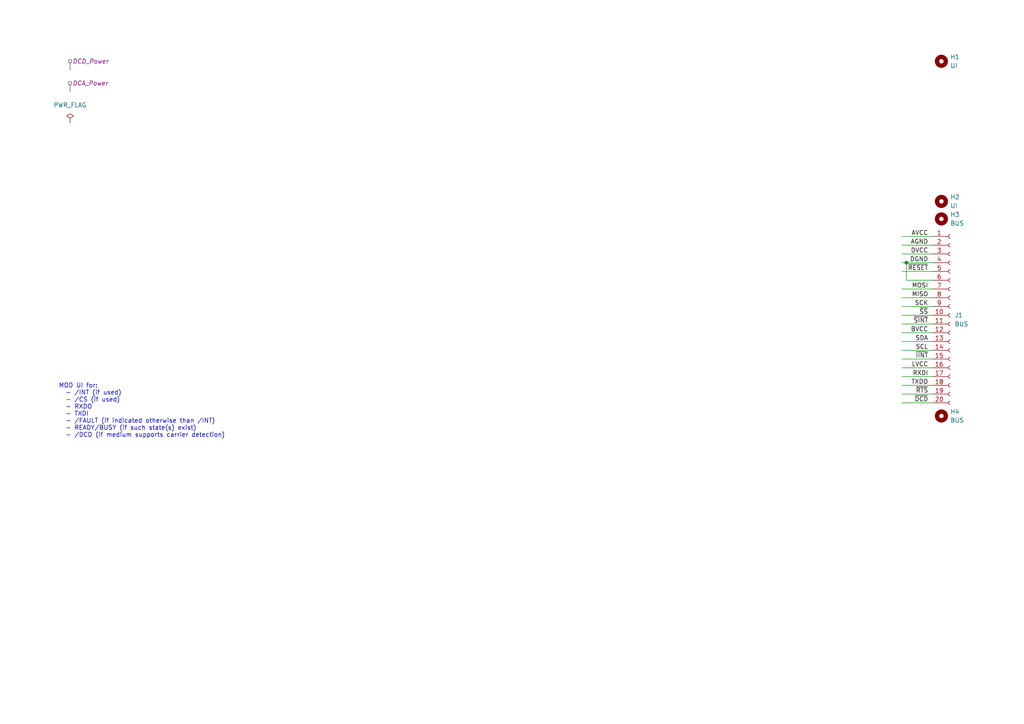
<source format=kicad_sch>
(kicad_sch (version 20250114) (generator "eeschema") (generator_version "9.0")
  (paper "A4")
  (title_block (title "Valhalla MOD-FOO(BAR)") (date "2025-03-25") (rev "1"))
  (lib_symbols
    (symbol "Connector:Conn_01x20_Socket" (pin_names (offset 1.016) (hide yes))
      (property "Reference" "J" (at 0 25.4 0))
      (property "Value" "Conn_01x20_Socket" (at 0 -27.94 0))
      (symbol "Conn_01x20_Socket_1_1"
        (polyline (pts (xy -1.27 22.86) (xy -0.508 22.86)) (stroke (width 0.1524)))
        (polyline (pts (xy -1.27 20.32) (xy -0.508 20.32)) (stroke (width 0.1524)))
        (polyline (pts (xy -1.27 17.78) (xy -0.508 17.78)) (stroke (width 0.1524)))
        (polyline (pts (xy -1.27 15.24) (xy -0.508 15.24)) (stroke (width 0.1524)))
        (polyline (pts (xy -1.27 12.7) (xy -0.508 12.7)) (stroke (width 0.1524)))
        (polyline (pts (xy -1.27 10.16) (xy -0.508 10.16)) (stroke (width 0.1524)))
        (polyline (pts (xy -1.27 7.62) (xy -0.508 7.62)) (stroke (width 0.1524)))
        (polyline (pts (xy -1.27 5.08) (xy -0.508 5.08)) (stroke (width 0.1524)))
        (polyline (pts (xy -1.27 2.54) (xy -0.508 2.54)) (stroke (width 0.1524)))
        (polyline (pts (xy -1.27 0) (xy -0.508 0)) (stroke (width 0.1524)))
        (polyline (pts (xy -1.27 -2.54) (xy -0.508 -2.54)) (stroke (width 0.1524)))
        (polyline (pts (xy -1.27 -5.08) (xy -0.508 -5.08)) (stroke (width 0.1524)))
        (polyline (pts (xy -1.27 -7.62) (xy -0.508 -7.62)) (stroke (width 0.1524)))
        (polyline (pts (xy -1.27 -10.16) (xy -0.508 -10.16)) (stroke (width 0.1524)))
        (polyline (pts (xy -1.27 -12.7) (xy -0.508 -12.7)) (stroke (width 0.1524)))
        (polyline (pts (xy -1.27 -15.24) (xy -0.508 -15.24)) (stroke (width 0.1524)))
        (polyline (pts (xy -1.27 -17.78) (xy -0.508 -17.78)) (stroke (width 0.1524)))
        (polyline (pts (xy -1.27 -20.32) (xy -0.508 -20.32)) (stroke (width 0.1524)))
        (polyline (pts (xy -1.27 -22.86) (xy -0.508 -22.86)) (stroke (width 0.1524)))
        (polyline (pts (xy -1.27 -25.4) (xy -0.508 -25.4)) (stroke (width 0.1524)))
        (arc (start 0 22.352) (mid -0.5058 22.86) (end 0 23.368) (stroke (width 0.1524)))
        (arc (start 0 19.812) (mid -0.5058 20.32) (end 0 20.828) (stroke (width 0.1524)))
        (arc (start 0 17.272) (mid -0.5058 17.78) (end 0 18.288) (stroke (width 0.1524)))
        (arc (start 0 14.732) (mid -0.5058 15.24) (end 0 15.748) (stroke (width 0.1524)))
        (arc (start 0 12.192) (mid -0.5058 12.7) (end 0 13.208) (stroke (width 0.1524)))
        (arc (start 0 9.652) (mid -0.5058 10.16) (end 0 10.668) (stroke (width 0.1524)))
        (arc (start 0 7.112) (mid -0.5058 7.62) (end 0 8.128) (stroke (width 0.1524)))
        (arc (start 0 4.572) (mid -0.5058 5.08) (end 0 5.588) (stroke (width 0.1524)))
        (arc (start 0 2.032) (mid -0.5058 2.54) (end 0 3.048) (stroke (width 0.1524)))
        (arc (start 0 -0.508) (mid -0.5058 0) (end 0 0.508) (stroke (width 0.1524)))
        (arc (start 0 -3.048) (mid -0.5058 -2.54) (end 0 -2.032) (stroke (width 0.1524)))
        (arc (start 0 -5.588) (mid -0.5058 -5.08) (end 0 -4.572) (stroke (width 0.1524)))
        (arc (start 0 -8.128) (mid -0.5058 -7.62) (end 0 -7.112) (stroke (width 0.1524)))
        (arc (start 0 -10.668) (mid -0.5058 -10.16) (end 0 -9.652) (stroke (width 0.1524)))
        (arc (start 0 -13.208) (mid -0.5058 -12.7) (end 0 -12.192) (stroke (width 0.1524)))
        (arc (start 0 -15.748) (mid -0.5058 -15.24) (end 0 -14.732) (stroke (width 0.1524)))
        (arc (start 0 -18.288) (mid -0.5058 -17.78) (end 0 -17.272) (stroke (width 0.1524)))
        (arc (start 0 -20.828) (mid -0.5058 -20.32) (end 0 -19.812) (stroke (width 0.1524)))
        (arc (start 0 -23.368) (mid -0.5058 -22.86) (end 0 -22.352) (stroke (width 0.1524)))
        (arc (start 0 -25.908) (mid -0.5058 -25.4) (end 0 -24.892) (stroke (width 0.1524)))
        (pin passive line (at -5.08 22.86 0) (length 3.81) (name "Pin_1") (number "1"))
        (pin passive line (at -5.08 20.32 0) (length 3.81) (name "Pin_2") (number "2"))
        (pin passive line (at -5.08 17.78 0) (length 3.81) (name "Pin_3") (number "3"))
        (pin passive line (at -5.08 15.24 0) (length 3.81) (name "Pin_4") (number "4"))
        (pin passive line (at -5.08 12.7 0) (length 3.81) (name "Pin_5") (number "5"))
        (pin passive line (at -5.08 10.16 0) (length 3.81) (name "Pin_6") (number "6"))
        (pin passive line (at -5.08 7.62 0) (length 3.81) (name "Pin_7") (number "7"))
        (pin passive line (at -5.08 5.08 0) (length 3.81) (name "Pin_8") (number "8"))
        (pin passive line (at -5.08 2.54 0) (length 3.81) (name "Pin_9") (number "9"))
        (pin passive line (at -5.08 0 0) (length 3.81) (name "Pin_10") (number "10"))
        (pin passive line (at -5.08 -2.54 0) (length 3.81) (name "Pin_11") (number "11"))
        (pin passive line (at -5.08 -5.08 0) (length 3.81) (name "Pin_12") (number "12"))
        (pin passive line (at -5.08 -7.62 0) (length 3.81) (name "Pin_13") (number "13"))
        (pin passive line (at -5.08 -10.16 0) (length 3.81) (name "Pin_14") (number "14"))
        (pin passive line (at -5.08 -12.7 0) (length 3.81) (name "Pin_15") (number "15"))
        (pin passive line (at -5.08 -15.24 0) (length 3.81) (name "Pin_16") (number "16"))
        (pin passive line (at -5.08 -17.78 0) (length 3.81) (name "Pin_17") (number "17"))
        (pin passive line (at -5.08 -20.32 0) (length 3.81) (name "Pin_18") (number "18"))
        (pin passive line (at -5.08 -22.86 0) (length 3.81) (name "Pin_19") (number "19"))
        (pin passive line (at -5.08 -25.4 0) (length 3.81) (name "Pin_20") (number "20"))
      )
    )
    (symbol "Mechanical:MountingHole" (pin_names (offset 1.016)) (exclude_from_sim yes) (in_bom no)
      (property "Reference" "H" (at 0 5.08 0))
      (property "Value" "MountingHole" (at 0 3.175 0))
      (symbol "MountingHole_0_1"
        (circle (center 0 0) (radius 1.27) (stroke (width 1.27)))
      )
    )
    (symbol "power:PWR_FLAG" (power) (pin_numbers (hide yes)) (pin_names (offset 0) (hide yes))
      (property "Value" "PWR_FLAG" (at 0 3.81 0))
      (symbol "PWR_FLAG_0_0"
        (pin power_out line (at 0 0 90) (length 0) (name "~") (number "1"))
      )
      (symbol "PWR_FLAG_0_1"
        (polyline (pts (xy 0 0) (xy 0 1.27) (xy -1.016 1.905) (xy 0 2.54) (xy 1.016 1.905) (xy 0 1.27)))
      )
    )
  )
  (text "MOD UI for:\n  - /INT (if used)\n  - /CS (if used)\n  - RXDO\n  - TXDI\n  - /FAULT (if indicated otherwise than /INT)\n  - READY/BUSY (if such state(s) exist)\n  - /DCD (if medium supports carrier detection)" (at 17.018 119.126 0) (effects (font (size 1.27 1.27)) (justify left)))
  (junction (at 262.89 76.2))
  (wire (pts (xy 270.51 81.28) (xy 262.89 81.28)))
  (wire (pts (xy 262.89 81.28) (xy 262.89 76.2)))
  (wire (pts (xy 261.62 114.3) (xy 270.51 114.3)))
  (wire (pts (xy 262.89 76.2) (xy 270.51 76.2)))
  (wire (pts (xy 261.62 88.9) (xy 270.51 88.9)))
  (wire (pts (xy 261.62 106.68) (xy 270.51 106.68)))
  (wire (pts (xy 261.62 83.82) (xy 270.51 83.82)))
  (wire (pts (xy 261.62 111.76) (xy 270.51 111.76)))
  (wire (pts (xy 261.62 104.14) (xy 270.51 104.14)))
  (wire (pts (xy 261.62 73.66) (xy 270.51 73.66)))
  (wire (pts (xy 261.62 76.2) (xy 262.89 76.2)))
  (wire (pts (xy 261.62 93.98) (xy 270.51 93.98)))
  (wire (pts (xy 261.62 91.44) (xy 270.51 91.44)))
  (wire (pts (xy 261.62 96.52) (xy 270.51 96.52)))
  (wire (pts (xy 261.62 99.06) (xy 270.51 99.06)))
  (wire (pts (xy 261.62 116.84) (xy 270.51 116.84)))
  (wire (pts (xy 261.62 71.12) (xy 270.51 71.12)))
  (wire (pts (xy 261.62 101.6) (xy 270.51 101.6)))
  (wire (pts (xy 261.62 68.58) (xy 270.51 68.58)))
  (wire (pts (xy 261.62 109.22) (xy 270.51 109.22)))
  (wire (pts (xy 261.62 86.36) (xy 270.51 86.36)))
  (wire (pts (xy 261.62 78.74) (xy 270.51 78.74)))
  (label "RXDI" (at 269.24 109.22 180))
  (label "~{SS}" (at 269.24 91.44 180))
  (label "TXDO" (at 269.24 111.76 180))
  (label "MOSI" (at 269.24 83.82 180))
  (label "SDA" (at 269.24 99.06 180))
  (label "LVCC" (at 269.24 106.68 180))
  (label "MISO" (at 269.24 86.36 180))
  (label "AGND" (at 269.24 71.12 180))
  (label "SCK" (at 269.24 88.9 180))
  (label "~{RTS}" (at 269.24 114.3 180))
  (label "~{RESET}" (at 269.24 78.74 180))
  (label "BVCC" (at 269.24 96.52 180))
  (label "DGND" (at 269.24 76.2 180))
  (label "SCL" (at 269.24 101.6 180))
  (label "AVCC" (at 269.24 68.58 180))
  (label "~{DCD}" (at 269.24 116.84 180))
  (label "~{SINT}" (at 269.24 93.98 180))
  (label "~{IINT}" (at 269.24 104.14 180))
  (label "DVCC" (at 269.24 73.66 180))
  (netclass_flag "" (length 2.54) (shape round) (at 20.32 20.32 0) (property "Netclass" "DCD_Power" (at 21.0185 17.78 0) (effects (font (italic yes)) (justify left))))
  (netclass_flag "" (length 2.54) (shape round) (at 20.32 26.67 0) (property "Netclass" "DCA_Power" (at 21.0185 24.13 0) (effects (font (italic yes)) (justify left))))
  (symbol (lib_id "Mechanical:MountingHole") (at 273.05 120.65 0) (unit 1) (exclude_from_sim yes) (in_bom no)
    (property "Reference" "H4" (at 275.59 119.3799 0) (effects (justify left)))
    (property "Value" "BUS" (at 275.59 121.9199 0) (effects (justify left)))
    (property "Footprint" "MountingHole:MountingHole_3.2mm_M3_ISO7380" (effects (hide yes)))
    (property "Description" "Mounting Hole without connection" (effects (hide yes)))
  )
  (symbol (lib_id "power:PWR_FLAG") (at 20.32 35.56 0) (unit 1)
    (property "Reference" "#FLG03" (effects (hide yes)))
    (property "Value" "PWR_FLAG" (at 20.32 30.48 0))
    (property "Description" "Special symbol for telling ERC where power comes from" (effects (hide yes)))
  )
  (symbol (lib_id "Mechanical:MountingHole") (at 273.05 58.42 0) (unit 1) (exclude_from_sim yes) (in_bom no)
    (property "Reference" "H2" (at 275.59 57.1499 0) (effects (justify left)))
    (property "Value" "UI" (at 275.59 59.6899 0) (effects (justify left)))
    (property "Footprint" "MountingHole:MountingHole_3.2mm_M3_ISO7380" (effects (hide yes)))
    (property "Description" "Mounting Hole without connection" (effects (hide yes)))
  )
  (symbol (lib_id "Mechanical:MountingHole") (at 273.05 17.78 0) (unit 1) (exclude_from_sim yes) (in_bom no)
    (property "Reference" "H1" (at 275.59 16.5099 0) (effects (justify left)))
    (property "Value" "UI" (at 275.59 19.0499 0) (effects (justify left)))
    (property "Footprint" "MountingHole:MountingHole_3.2mm_M3_ISO7380" (effects (hide yes)))
    (property "Description" "Mounting Hole without connection" (effects (hide yes)))
  )
  (symbol (lib_id "Mechanical:MountingHole") (at 273.05 63.5 0) (unit 1) (exclude_from_sim yes) (in_bom no)
    (property "Reference" "H3" (at 275.59 62.2299 0) (effects (justify left)))
    (property "Value" "BUS" (at 275.59 64.7699 0) (effects (justify left)))
    (property "Footprint" "MountingHole:MountingHole_3.2mm_M3_ISO7380" (effects (hide yes)))
    (property "Description" "Mounting Hole without connection" (effects (hide yes)))
  )
  (symbol (lib_id "Connector:Conn_01x20_Socket") (at 275.59 91.44 0) (unit 1)
    (property "Reference" "J1" (at 276.86 91.4399 0) (effects (justify left)))
    (property "Value" "BUS" (at 276.86 93.9799 0) (effects (justify left)))
    (property "Footprint" "Connector_PinSocket_2.54mm:PinSocket_2x10_P2.54mm_Vertical" (effects (hide yes)))
    (property "Description" "Generic connector, single row, 01x20, script generated" (effects (hide yes)))
  )
)
</source>
